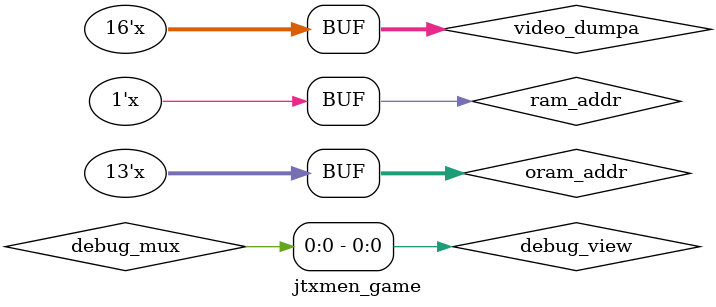
<source format=v>
/*  This file is part of JTCORES.
    JTCORES program is free software: you can redistribute it and/or modify
    it under the terms of the GNU General Public License as published by
    the Free Software Foundation, either version 3 of the License, or
    (at your option) any later version.

    JTCORES program is distributed in the hope that it will be useful,
    but WITHOUT ANY WARRANTY; without even the implied warranty of
    MERCHANTABILITY or FITNESS FOR A PARTICULAR PURPOSE.  See the
    GNU General Public License for more details.

    You should have received a copy of the GNU General Public License
    along with JTCORES.  If not, see <http://www.gnu.org/licenses/>.

    Author: Jose Tejada Gomez. Twitter: @topapate
    Version: 1.0
    Date: 23-8-2024 */

module jtxmen_game(
    `include "jtframe_game_ports.inc" // see $JTFRAME/hdl/inc/jtframe_game_ports.inc
);

// localparam [2:0] XMEN     = 3'd2;

/* verilator tracing_off */
wire        snd_irq, rmrd, rst8, dma_bsy,
            pal_cs, cpu_we, tilesys_cs, objsys_cs, pcu_cs, mute, objcha_n,
            cpu_rnw, vdtac, tile_irqn, tile_nmin, snd_wrn,
            objreg_cs, pair_we;
wire [15:0] pal_dout, oram_dout;
wire [15:0] video_dumpa;
wire [13:1] oram_addr;
reg  [ 7:0] debug_mux;
// reg  [ 2:0] game_id;
// reg         xmen;
wire [ 7:0] tilesys_dout, snd2main,
            obj_dout, snd_latch, pair_dout,
            st_main, st_video, st_snd;
wire [ 1:0] oram_we;

assign debug_view = debug_mux;
assign ram_we     = cpu_we & ram_cs;
assign ram_addr   = main_addr[13:1];
assign video_dumpa= ioctl_addr[15:0]-16'h80; // subtract NVRAM offset

always @(posedge clk) begin
    debug_mux <= st_snd;
    // case( debug_bus[7:6] )
    //     0: debug_mux <= st_main;
    //     1: debug_mux <= st_video;
    //     2: debug_mux <= st_snd;
    //     3: debug_mux <= { mute, /*xmen,*/ 7'b0 };
    //     default: debug_mux <= 0;
    // endcase
end

/*always @(posedge clk) begin
    if( prog_addr[3:0]==15 && prog_we && header ) game_id <= prog_data[2:0];
    xmen     <= game_id == XMEN;
end
*/
/* verilator tracing_off */
jtxmen_main u_main(
    .rst            ( rst           ),
    .clk            ( clk           ),
    .LVBL           ( LVBL          ),

    .cpu_we         ( cpu_we        ),
    .cpu_dout       ( ram_din       ),
    .vdtac          ( vdtac         ),
    .tile_irqn      ( tile_irqn     ),

    .main_addr      ( main_addr     ),
    .rom_data       ( main_data     ),
    .rom_cs         ( main_cs       ),
    .rom_ok         ( main_ok       ),
    // RAM
    .ram_dsn        ( ram_dsn       ),
    .ram_dout       ( ram_data      ),
    .ram_cs         ( ram_cs        ),
    .ram_ok         ( ram_ok        ),
    // cabinet I/O
    .cab_1p         ( cab_1p        ),
    .coin           ( coin          ),
    .joystick1      ( joystick1     ),
    .joystick2      ( joystick2     ),
    .joystick3      ( joystick3     ),
    .joystick4      ( joystick4     ),
    .service        ( {4{service}}  ),

    .vram_dout      ( tilesys_dout  ),
    .oram_dout      ( oram_dout     ),
    .pal_dout       ( pal_dout      ),
    // To video
    .rmrd           ( rmrd          ),
    .dma_bsy        ( dma_bsy       ),
    .objreg_cs      ( objreg_cs     ),
    .objcha_n       ( objcha_n      ),

    .obj_cs         ( objsys_cs     ),
    .vram_cs        ( tilesys_cs    ),
    .pal_cs         ( pal_cs        ),
    .pcu_cs         ( pcu_cs        ), // priority mixer
    // To sound
    .sndon          ( snd_irq       ),
    .snd2main       ( snd2main      ),
    .snd_wrn        ( snd_wrn       ),
    .mute           ( mute          ),
    .pair_we        ( pair_we       ),
    .pair_dout      ( pair_dout     ),
    // EEPROM
    .nv_addr        ( nvram_addr    ),
    .nv_dout        ( nvram_dout    ),
    .nv_din         ( nvram_din     ),
    .nv_we          ( nvram_we      ),
    // DIP switches
    .dip_pause      ( dip_pause     ),
    .dip_test       ( dip_test      ),
    // Debug
    .st_dout        ( st_main       ),
    .debug_bus      ( debug_bus     )
);

assign oram_we   = ~ram_dsn & {2{cpu_we}};
assign oram_addr = {main_addr[6:5], main_addr[1], main_addr[13:7], main_addr[4:2]};

/* verilator tracing_on */
jtxmen_video u_video (
    .rst            ( rst           ),
    .rst8           ( rst8          ),
    .clk            ( clk           ),
    .pxl_cen        ( pxl_cen       ),
    .pxl2_cen       ( pxl2_cen      ),

    .tile_irqn      ( tile_irqn     ),
    .tile_nmin      (               ),

    .lhbl           ( LHBL          ),
    .lvbl           ( LVBL          ),
    .hs             ( HS            ),
    .vs             ( VS            ),
    .flip           ( dip_flip      ),
    // GFX - CPU interface
    .cpu_we         ( cpu_we        ),
    .cpu_addr       (main_addr[16:1]),
    .cpu_dsn        ( ram_dsn       ),
    .cpu_dout       ( ram_din       ),

    // Object DMA
    .oram_we        ( oram_we       ),
    .oram_addr      ( oram_addr     ),
    .dma_bsy        ( dma_bsy       ),

    .objsys_cs      ( objsys_cs     ),
    .objreg_cs      ( objreg_cs     ),
    .objcha_n       ( objcha_n      ),
    .tilesys_cs     ( tilesys_cs    ),
    .pal_cs         ( pal_cs        ),
    .pcu_cs         ( pcu_cs        ),
    .vdtac          ( vdtac         ),
    .tilesys_dout   ( tilesys_dout  ),
    .objsys_dout    ( oram_dout     ),
    .pal_dout       ( pal_dout      ),
    .rmrd           ( rmrd          ),
    // SDRAM
    .lyra_addr      ( lyra_addr     ),
    .lyrb_addr      ( lyrb_addr     ),
    .lyrf_addr      ( lyrf_addr     ),
    .lyro_addr      ( lyro_addr     ),
    .lyra_data      ( lyra_data     ),
    .lyrb_data      ( lyrb_data     ),
    .lyro_data      ( lyro_data     ),
    .lyrf_data      ( lyrf_data     ),
    .lyrf_cs        ( lyrf_cs       ),
    .lyra_cs        ( lyra_cs       ),
    .lyrb_cs        ( lyrb_cs       ),
    .lyro_cs        ( lyro_cs       ),
    .lyra_ok        ( lyra_ok       ),
    .lyro_ok        ( lyro_ok       ),
    // brightness
    .dim            (  3'b0         ),
    .dimmod         (  1'b0         ),
    .dimpol         (  1'b0         ),
    // pixels
    .red            ( red           ),
    .green          ( green         ),
    .blue           ( blue          ),
    // Debug
    .debug_bus      ( debug_bus     ),
    .ioctl_addr     ( video_dumpa   ),
    .ioctl_din      ( ioctl_din     ),
    .ioctl_ram      ( ioctl_ram     ),
    .gfx_en         ( gfx_en        ),
    .st_dout        ( st_video      )
);

/* verilator tracing_on */
jtxmen_sound u_sound(
    .rst        ( rst           ),
    .clk        ( clk           ),
    .cen_8      ( cen_8         ),
    .cen_4      ( cen_4         ),
    .cen_2      ( cen_2         ),
    .cen_pcm    ( cen_pcm       ),

    .pair_we    ( pair_we       ),
    .pair_dout  ( pair_dout     ),
    // communication with main CPU
    .main_dout  ( ram_din[7:0]  ),
    .main_din   ( snd2main      ),
    .main_addr  ( main_addr[4:1]),
    .main_rnw   ( snd_wrn       ),
    .snd_irq    ( snd_irq       ),
    // ROM
    .rom_addr   ( snd_addr      ),
    .rom_cs     ( snd_cs        ),
    .rom_data   ( snd_data      ),
    .rom_ok     ( snd_ok        ),
    // ADPCM ROM
    .pcm_addr   ( pcm_addr      ),
    .pcm_dout   ( pcm_data      ),
    .pcm_cs     ( pcm_cs        ),
    // Sound output
    .fm_l       ( fm_l          ),
    .fm_r       ( fm_r          ),
    .k539_l     ( k539_l        ),
    .k539_r     ( k539_r        ),
    // Debug
    .debug_bus  ( debug_bus     ),
    .st_dout    ( st_snd        )
);

endmodule

</source>
